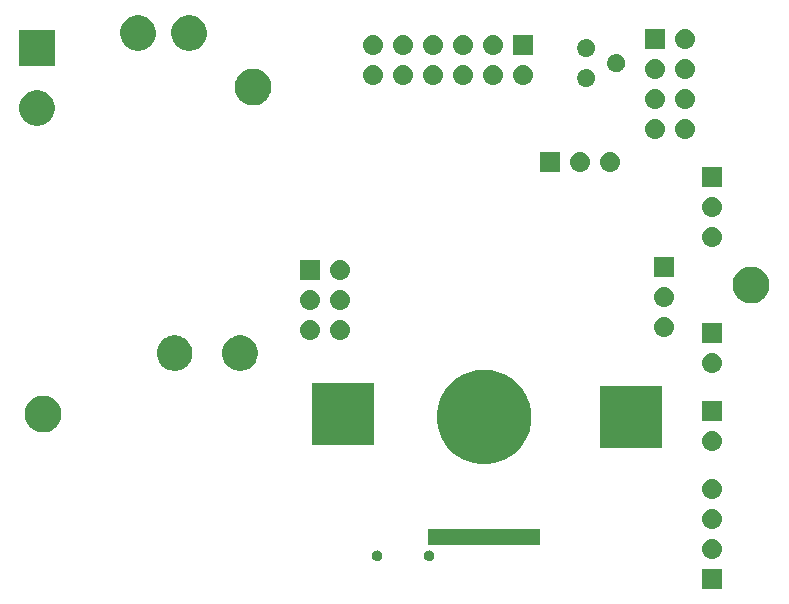
<source format=gbs>
G04 #@! TF.GenerationSoftware,KiCad,Pcbnew,5.0.1*
G04 #@! TF.CreationDate,2019-01-11T11:30:50+00:00*
G04 #@! TF.ProjectId,lc1,6C63312E6B696361645F706362000000,rev?*
G04 #@! TF.SameCoordinates,Original*
G04 #@! TF.FileFunction,Soldermask,Bot*
G04 #@! TF.FilePolarity,Negative*
%FSLAX46Y46*%
G04 Gerber Fmt 4.6, Leading zero omitted, Abs format (unit mm)*
G04 Created by KiCad (PCBNEW 5.0.1) date Fri 11 Jan 2019 11:30:50 GMT*
%MOMM*%
%LPD*%
G01*
G04 APERTURE LIST*
%ADD10C,0.100000*%
G04 APERTURE END LIST*
D10*
G36*
X168744000Y-130644000D02*
X167044000Y-130644000D01*
X167044000Y-128944000D01*
X168744000Y-128944000D01*
X168744000Y-130644000D01*
X168744000Y-130644000D01*
G37*
G36*
X144063260Y-127383293D02*
X144145155Y-127417215D01*
X144218861Y-127466464D01*
X144281536Y-127529139D01*
X144330785Y-127602845D01*
X144364707Y-127684740D01*
X144382000Y-127771678D01*
X144382000Y-127860322D01*
X144364707Y-127947260D01*
X144330785Y-128029155D01*
X144281536Y-128102861D01*
X144218861Y-128165536D01*
X144145155Y-128214785D01*
X144063260Y-128248707D01*
X143976322Y-128266000D01*
X143887678Y-128266000D01*
X143800740Y-128248707D01*
X143718845Y-128214785D01*
X143645139Y-128165536D01*
X143582464Y-128102861D01*
X143533215Y-128029155D01*
X143499293Y-127947260D01*
X143482000Y-127860322D01*
X143482000Y-127771678D01*
X143499293Y-127684740D01*
X143533215Y-127602845D01*
X143582464Y-127529139D01*
X143645139Y-127466464D01*
X143718845Y-127417215D01*
X143800740Y-127383293D01*
X143887678Y-127366000D01*
X143976322Y-127366000D01*
X144063260Y-127383293D01*
X144063260Y-127383293D01*
G37*
G36*
X139663260Y-127383293D02*
X139745155Y-127417215D01*
X139818861Y-127466464D01*
X139881536Y-127529139D01*
X139930785Y-127602845D01*
X139964707Y-127684740D01*
X139982000Y-127771678D01*
X139982000Y-127860322D01*
X139964707Y-127947260D01*
X139930785Y-128029155D01*
X139881536Y-128102861D01*
X139818861Y-128165536D01*
X139745155Y-128214785D01*
X139663260Y-128248707D01*
X139576322Y-128266000D01*
X139487678Y-128266000D01*
X139400740Y-128248707D01*
X139318845Y-128214785D01*
X139245139Y-128165536D01*
X139182464Y-128102861D01*
X139133215Y-128029155D01*
X139099293Y-127947260D01*
X139082000Y-127860322D01*
X139082000Y-127771678D01*
X139099293Y-127684740D01*
X139133215Y-127602845D01*
X139182464Y-127529139D01*
X139245139Y-127466464D01*
X139318845Y-127417215D01*
X139400740Y-127383293D01*
X139487678Y-127366000D01*
X139576322Y-127366000D01*
X139663260Y-127383293D01*
X139663260Y-127383293D01*
G37*
G36*
X168060630Y-126416299D02*
X168220855Y-126464903D01*
X168368520Y-126543831D01*
X168497949Y-126650051D01*
X168604169Y-126779480D01*
X168683097Y-126927145D01*
X168731701Y-127087370D01*
X168748112Y-127254000D01*
X168731701Y-127420630D01*
X168683097Y-127580855D01*
X168604169Y-127728520D01*
X168497949Y-127857949D01*
X168368520Y-127964169D01*
X168220855Y-128043097D01*
X168060630Y-128091701D01*
X167935752Y-128104000D01*
X167852248Y-128104000D01*
X167727370Y-128091701D01*
X167567145Y-128043097D01*
X167419480Y-127964169D01*
X167290051Y-127857949D01*
X167183831Y-127728520D01*
X167104903Y-127580855D01*
X167056299Y-127420630D01*
X167039888Y-127254000D01*
X167056299Y-127087370D01*
X167104903Y-126927145D01*
X167183831Y-126779480D01*
X167290051Y-126650051D01*
X167419480Y-126543831D01*
X167567145Y-126464903D01*
X167727370Y-126416299D01*
X167852248Y-126404000D01*
X167935752Y-126404000D01*
X168060630Y-126416299D01*
X168060630Y-126416299D01*
G37*
G36*
X153340000Y-126938000D02*
X143840000Y-126938000D01*
X143840000Y-125538000D01*
X153340000Y-125538000D01*
X153340000Y-126938000D01*
X153340000Y-126938000D01*
G37*
G36*
X168060630Y-123876299D02*
X168220855Y-123924903D01*
X168368520Y-124003831D01*
X168497949Y-124110051D01*
X168604169Y-124239480D01*
X168683097Y-124387145D01*
X168731701Y-124547370D01*
X168748112Y-124714000D01*
X168731701Y-124880630D01*
X168683097Y-125040855D01*
X168604169Y-125188520D01*
X168497949Y-125317949D01*
X168368520Y-125424169D01*
X168220855Y-125503097D01*
X168060630Y-125551701D01*
X167935752Y-125564000D01*
X167852248Y-125564000D01*
X167727370Y-125551701D01*
X167567145Y-125503097D01*
X167419480Y-125424169D01*
X167290051Y-125317949D01*
X167183831Y-125188520D01*
X167104903Y-125040855D01*
X167056299Y-124880630D01*
X167039888Y-124714000D01*
X167056299Y-124547370D01*
X167104903Y-124387145D01*
X167183831Y-124239480D01*
X167290051Y-124110051D01*
X167419480Y-124003831D01*
X167567145Y-123924903D01*
X167727370Y-123876299D01*
X167852248Y-123864000D01*
X167935752Y-123864000D01*
X168060630Y-123876299D01*
X168060630Y-123876299D01*
G37*
G36*
X168060630Y-121336299D02*
X168220855Y-121384903D01*
X168368520Y-121463831D01*
X168497949Y-121570051D01*
X168604169Y-121699480D01*
X168683097Y-121847145D01*
X168731701Y-122007370D01*
X168748112Y-122174000D01*
X168731701Y-122340630D01*
X168683097Y-122500855D01*
X168604169Y-122648520D01*
X168497949Y-122777949D01*
X168368520Y-122884169D01*
X168220855Y-122963097D01*
X168060630Y-123011701D01*
X167935752Y-123024000D01*
X167852248Y-123024000D01*
X167727370Y-123011701D01*
X167567145Y-122963097D01*
X167419480Y-122884169D01*
X167290051Y-122777949D01*
X167183831Y-122648520D01*
X167104903Y-122500855D01*
X167056299Y-122340630D01*
X167039888Y-122174000D01*
X167056299Y-122007370D01*
X167104903Y-121847145D01*
X167183831Y-121699480D01*
X167290051Y-121570051D01*
X167419480Y-121463831D01*
X167567145Y-121384903D01*
X167727370Y-121336299D01*
X167852248Y-121324000D01*
X167935752Y-121324000D01*
X168060630Y-121336299D01*
X168060630Y-121336299D01*
G37*
G36*
X149196904Y-112120356D02*
X149756757Y-112231718D01*
X150484710Y-112533246D01*
X151135438Y-112968048D01*
X151139854Y-112970999D01*
X151697001Y-113528146D01*
X151697003Y-113528149D01*
X152134754Y-114183290D01*
X152405086Y-114835929D01*
X152436282Y-114911244D01*
X152587475Y-115671337D01*
X152590000Y-115684034D01*
X152590000Y-116471966D01*
X152436282Y-117244757D01*
X152134754Y-117972710D01*
X151725956Y-118584520D01*
X151697001Y-118627854D01*
X151139854Y-119185001D01*
X151139851Y-119185003D01*
X150484710Y-119622754D01*
X149756757Y-119924282D01*
X149370361Y-120001141D01*
X148983967Y-120078000D01*
X148196033Y-120078000D01*
X147809639Y-120001141D01*
X147423243Y-119924282D01*
X146695290Y-119622754D01*
X146040149Y-119185003D01*
X146040146Y-119185001D01*
X145482999Y-118627854D01*
X145454044Y-118584520D01*
X145045246Y-117972710D01*
X144743718Y-117244757D01*
X144590000Y-116471966D01*
X144590000Y-115684034D01*
X144592526Y-115671337D01*
X144743718Y-114911244D01*
X144774914Y-114835929D01*
X145045246Y-114183290D01*
X145482997Y-113528149D01*
X145482999Y-113528146D01*
X146040146Y-112970999D01*
X146044562Y-112968048D01*
X146695290Y-112533246D01*
X147423243Y-112231718D01*
X147983096Y-112120356D01*
X148196033Y-112078000D01*
X148983967Y-112078000D01*
X149196904Y-112120356D01*
X149196904Y-112120356D01*
G37*
G36*
X168060630Y-117272299D02*
X168220855Y-117320903D01*
X168368520Y-117399831D01*
X168497949Y-117506051D01*
X168604169Y-117635480D01*
X168683097Y-117783145D01*
X168731701Y-117943370D01*
X168748112Y-118110000D01*
X168731701Y-118276630D01*
X168683097Y-118436855D01*
X168604169Y-118584520D01*
X168497949Y-118713949D01*
X168368520Y-118820169D01*
X168220855Y-118899097D01*
X168060630Y-118947701D01*
X167935752Y-118960000D01*
X167852248Y-118960000D01*
X167727370Y-118947701D01*
X167567145Y-118899097D01*
X167419480Y-118820169D01*
X167290051Y-118713949D01*
X167183831Y-118584520D01*
X167104903Y-118436855D01*
X167056299Y-118276630D01*
X167039888Y-118110000D01*
X167056299Y-117943370D01*
X167104903Y-117783145D01*
X167183831Y-117635480D01*
X167290051Y-117506051D01*
X167419480Y-117399831D01*
X167567145Y-117320903D01*
X167727370Y-117272299D01*
X167852248Y-117260000D01*
X167935752Y-117260000D01*
X168060630Y-117272299D01*
X168060630Y-117272299D01*
G37*
G36*
X163636000Y-118678000D02*
X158436000Y-118678000D01*
X158436000Y-113478000D01*
X163636000Y-113478000D01*
X163636000Y-118678000D01*
X163636000Y-118678000D01*
G37*
G36*
X139252000Y-118424000D02*
X134052000Y-118424000D01*
X134052000Y-113224000D01*
X139252000Y-113224000D01*
X139252000Y-118424000D01*
X139252000Y-118424000D01*
G37*
G36*
X111504481Y-114293855D02*
X111704118Y-114333565D01*
X111892173Y-114411460D01*
X111986201Y-114450408D01*
X112240071Y-114620038D01*
X112455962Y-114835929D01*
X112625592Y-115089799D01*
X112625592Y-115089800D01*
X112742435Y-115371882D01*
X112802000Y-115671338D01*
X112802000Y-115976662D01*
X112742435Y-116276118D01*
X112682837Y-116420000D01*
X112625592Y-116558201D01*
X112455962Y-116812071D01*
X112240071Y-117027962D01*
X111986201Y-117197592D01*
X111892173Y-117236540D01*
X111704118Y-117314435D01*
X111504481Y-117354145D01*
X111404663Y-117374000D01*
X111099337Y-117374000D01*
X110999519Y-117354145D01*
X110799882Y-117314435D01*
X110611827Y-117236540D01*
X110517799Y-117197592D01*
X110263929Y-117027962D01*
X110048038Y-116812071D01*
X109878408Y-116558201D01*
X109821163Y-116420000D01*
X109761565Y-116276118D01*
X109702000Y-115976662D01*
X109702000Y-115671338D01*
X109761565Y-115371882D01*
X109878408Y-115089800D01*
X109878408Y-115089799D01*
X110048038Y-114835929D01*
X110263929Y-114620038D01*
X110517799Y-114450408D01*
X110611827Y-114411460D01*
X110799882Y-114333565D01*
X110999519Y-114293855D01*
X111099337Y-114274000D01*
X111404663Y-114274000D01*
X111504481Y-114293855D01*
X111504481Y-114293855D01*
G37*
G36*
X168744000Y-116420000D02*
X167044000Y-116420000D01*
X167044000Y-114720000D01*
X168744000Y-114720000D01*
X168744000Y-116420000D01*
X168744000Y-116420000D01*
G37*
G36*
X168060630Y-110668299D02*
X168220855Y-110716903D01*
X168368520Y-110795831D01*
X168497949Y-110902051D01*
X168604169Y-111031480D01*
X168683097Y-111179145D01*
X168731701Y-111339370D01*
X168748112Y-111506000D01*
X168731701Y-111672630D01*
X168683097Y-111832855D01*
X168604169Y-111980520D01*
X168497949Y-112109949D01*
X168368520Y-112216169D01*
X168220855Y-112295097D01*
X168060630Y-112343701D01*
X167935752Y-112356000D01*
X167852248Y-112356000D01*
X167727370Y-112343701D01*
X167567145Y-112295097D01*
X167419480Y-112216169D01*
X167290051Y-112109949D01*
X167183831Y-111980520D01*
X167104903Y-111832855D01*
X167056299Y-111672630D01*
X167039888Y-111506000D01*
X167056299Y-111339370D01*
X167104903Y-111179145D01*
X167183831Y-111031480D01*
X167290051Y-110902051D01*
X167419480Y-110795831D01*
X167567145Y-110716903D01*
X167727370Y-110668299D01*
X167852248Y-110656000D01*
X167935752Y-110656000D01*
X168060630Y-110668299D01*
X168060630Y-110668299D01*
G37*
G36*
X128276935Y-109216429D02*
X128373534Y-109235644D01*
X128646517Y-109348717D01*
X128756445Y-109422169D01*
X128892197Y-109512876D01*
X129101124Y-109721803D01*
X129101126Y-109721806D01*
X129265283Y-109967483D01*
X129378356Y-110240466D01*
X129436000Y-110530263D01*
X129436000Y-110825737D01*
X129378356Y-111115534D01*
X129298402Y-111308560D01*
X129265284Y-111388515D01*
X129101124Y-111634197D01*
X128892197Y-111843124D01*
X128892194Y-111843126D01*
X128646517Y-112007283D01*
X128373534Y-112120356D01*
X128276935Y-112139571D01*
X128083739Y-112178000D01*
X127788261Y-112178000D01*
X127595065Y-112139571D01*
X127498466Y-112120356D01*
X127225483Y-112007283D01*
X126979806Y-111843126D01*
X126979803Y-111843124D01*
X126770876Y-111634197D01*
X126606716Y-111388515D01*
X126573598Y-111308560D01*
X126493644Y-111115534D01*
X126436000Y-110825737D01*
X126436000Y-110530263D01*
X126493644Y-110240466D01*
X126606717Y-109967483D01*
X126770874Y-109721806D01*
X126770876Y-109721803D01*
X126979803Y-109512876D01*
X127115555Y-109422169D01*
X127225483Y-109348717D01*
X127498466Y-109235644D01*
X127595065Y-109216429D01*
X127788261Y-109178000D01*
X128083739Y-109178000D01*
X128276935Y-109216429D01*
X128276935Y-109216429D01*
G37*
G36*
X122726935Y-109216429D02*
X122823534Y-109235644D01*
X123096517Y-109348717D01*
X123206445Y-109422169D01*
X123342197Y-109512876D01*
X123551124Y-109721803D01*
X123551126Y-109721806D01*
X123715283Y-109967483D01*
X123828356Y-110240466D01*
X123886000Y-110530263D01*
X123886000Y-110825737D01*
X123828356Y-111115534D01*
X123748402Y-111308560D01*
X123715284Y-111388515D01*
X123551124Y-111634197D01*
X123342197Y-111843124D01*
X123342194Y-111843126D01*
X123096517Y-112007283D01*
X122823534Y-112120356D01*
X122726935Y-112139571D01*
X122533739Y-112178000D01*
X122238261Y-112178000D01*
X122045065Y-112139571D01*
X121948466Y-112120356D01*
X121675483Y-112007283D01*
X121429806Y-111843126D01*
X121429803Y-111843124D01*
X121220876Y-111634197D01*
X121056716Y-111388515D01*
X121023598Y-111308560D01*
X120943644Y-111115534D01*
X120886000Y-110825737D01*
X120886000Y-110530263D01*
X120943644Y-110240466D01*
X121056717Y-109967483D01*
X121220874Y-109721806D01*
X121220876Y-109721803D01*
X121429803Y-109512876D01*
X121565555Y-109422169D01*
X121675483Y-109348717D01*
X121948466Y-109235644D01*
X122045065Y-109216429D01*
X122238261Y-109178000D01*
X122533739Y-109178000D01*
X122726935Y-109216429D01*
X122726935Y-109216429D01*
G37*
G36*
X168744000Y-109816000D02*
X167044000Y-109816000D01*
X167044000Y-108116000D01*
X168744000Y-108116000D01*
X168744000Y-109816000D01*
X168744000Y-109816000D01*
G37*
G36*
X136564630Y-107874299D02*
X136724855Y-107922903D01*
X136872520Y-108001831D01*
X137001949Y-108108051D01*
X137108169Y-108237480D01*
X137187097Y-108385145D01*
X137235701Y-108545370D01*
X137252112Y-108712000D01*
X137235701Y-108878630D01*
X137187097Y-109038855D01*
X137108169Y-109186520D01*
X137001949Y-109315949D01*
X136872520Y-109422169D01*
X136724855Y-109501097D01*
X136564630Y-109549701D01*
X136439752Y-109562000D01*
X136356248Y-109562000D01*
X136231370Y-109549701D01*
X136071145Y-109501097D01*
X135923480Y-109422169D01*
X135794051Y-109315949D01*
X135687831Y-109186520D01*
X135608903Y-109038855D01*
X135560299Y-108878630D01*
X135543888Y-108712000D01*
X135560299Y-108545370D01*
X135608903Y-108385145D01*
X135687831Y-108237480D01*
X135794051Y-108108051D01*
X135923480Y-108001831D01*
X136071145Y-107922903D01*
X136231370Y-107874299D01*
X136356248Y-107862000D01*
X136439752Y-107862000D01*
X136564630Y-107874299D01*
X136564630Y-107874299D01*
G37*
G36*
X134024630Y-107874299D02*
X134184855Y-107922903D01*
X134332520Y-108001831D01*
X134461949Y-108108051D01*
X134568169Y-108237480D01*
X134647097Y-108385145D01*
X134695701Y-108545370D01*
X134712112Y-108712000D01*
X134695701Y-108878630D01*
X134647097Y-109038855D01*
X134568169Y-109186520D01*
X134461949Y-109315949D01*
X134332520Y-109422169D01*
X134184855Y-109501097D01*
X134024630Y-109549701D01*
X133899752Y-109562000D01*
X133816248Y-109562000D01*
X133691370Y-109549701D01*
X133531145Y-109501097D01*
X133383480Y-109422169D01*
X133254051Y-109315949D01*
X133147831Y-109186520D01*
X133068903Y-109038855D01*
X133020299Y-108878630D01*
X133003888Y-108712000D01*
X133020299Y-108545370D01*
X133068903Y-108385145D01*
X133147831Y-108237480D01*
X133254051Y-108108051D01*
X133383480Y-108001831D01*
X133531145Y-107922903D01*
X133691370Y-107874299D01*
X133816248Y-107862000D01*
X133899752Y-107862000D01*
X134024630Y-107874299D01*
X134024630Y-107874299D01*
G37*
G36*
X163996630Y-107620299D02*
X164156855Y-107668903D01*
X164304520Y-107747831D01*
X164433949Y-107854051D01*
X164540169Y-107983480D01*
X164619097Y-108131145D01*
X164667701Y-108291370D01*
X164684112Y-108458000D01*
X164667701Y-108624630D01*
X164619097Y-108784855D01*
X164540169Y-108932520D01*
X164433949Y-109061949D01*
X164304520Y-109168169D01*
X164156855Y-109247097D01*
X163996630Y-109295701D01*
X163871752Y-109308000D01*
X163788248Y-109308000D01*
X163663370Y-109295701D01*
X163503145Y-109247097D01*
X163355480Y-109168169D01*
X163226051Y-109061949D01*
X163119831Y-108932520D01*
X163040903Y-108784855D01*
X162992299Y-108624630D01*
X162975888Y-108458000D01*
X162992299Y-108291370D01*
X163040903Y-108131145D01*
X163119831Y-107983480D01*
X163226051Y-107854051D01*
X163355480Y-107747831D01*
X163503145Y-107668903D01*
X163663370Y-107620299D01*
X163788248Y-107608000D01*
X163871752Y-107608000D01*
X163996630Y-107620299D01*
X163996630Y-107620299D01*
G37*
G36*
X136564630Y-105334299D02*
X136724855Y-105382903D01*
X136872520Y-105461831D01*
X137001949Y-105568051D01*
X137108169Y-105697480D01*
X137187097Y-105845145D01*
X137235701Y-106005370D01*
X137252112Y-106172000D01*
X137235701Y-106338630D01*
X137187097Y-106498855D01*
X137108169Y-106646520D01*
X137001949Y-106775949D01*
X136872520Y-106882169D01*
X136724855Y-106961097D01*
X136564630Y-107009701D01*
X136439752Y-107022000D01*
X136356248Y-107022000D01*
X136231370Y-107009701D01*
X136071145Y-106961097D01*
X135923480Y-106882169D01*
X135794051Y-106775949D01*
X135687831Y-106646520D01*
X135608903Y-106498855D01*
X135560299Y-106338630D01*
X135543888Y-106172000D01*
X135560299Y-106005370D01*
X135608903Y-105845145D01*
X135687831Y-105697480D01*
X135794051Y-105568051D01*
X135923480Y-105461831D01*
X136071145Y-105382903D01*
X136231370Y-105334299D01*
X136356248Y-105322000D01*
X136439752Y-105322000D01*
X136564630Y-105334299D01*
X136564630Y-105334299D01*
G37*
G36*
X134024630Y-105334299D02*
X134184855Y-105382903D01*
X134332520Y-105461831D01*
X134461949Y-105568051D01*
X134568169Y-105697480D01*
X134647097Y-105845145D01*
X134695701Y-106005370D01*
X134712112Y-106172000D01*
X134695701Y-106338630D01*
X134647097Y-106498855D01*
X134568169Y-106646520D01*
X134461949Y-106775949D01*
X134332520Y-106882169D01*
X134184855Y-106961097D01*
X134024630Y-107009701D01*
X133899752Y-107022000D01*
X133816248Y-107022000D01*
X133691370Y-107009701D01*
X133531145Y-106961097D01*
X133383480Y-106882169D01*
X133254051Y-106775949D01*
X133147831Y-106646520D01*
X133068903Y-106498855D01*
X133020299Y-106338630D01*
X133003888Y-106172000D01*
X133020299Y-106005370D01*
X133068903Y-105845145D01*
X133147831Y-105697480D01*
X133254051Y-105568051D01*
X133383480Y-105461831D01*
X133531145Y-105382903D01*
X133691370Y-105334299D01*
X133816248Y-105322000D01*
X133899752Y-105322000D01*
X134024630Y-105334299D01*
X134024630Y-105334299D01*
G37*
G36*
X163996630Y-105080299D02*
X164156855Y-105128903D01*
X164304520Y-105207831D01*
X164433949Y-105314051D01*
X164540169Y-105443480D01*
X164619097Y-105591145D01*
X164667701Y-105751370D01*
X164684112Y-105918000D01*
X164667701Y-106084630D01*
X164619097Y-106244855D01*
X164540169Y-106392520D01*
X164433949Y-106521949D01*
X164304520Y-106628169D01*
X164156855Y-106707097D01*
X163996630Y-106755701D01*
X163871752Y-106768000D01*
X163788248Y-106768000D01*
X163663370Y-106755701D01*
X163503145Y-106707097D01*
X163355480Y-106628169D01*
X163226051Y-106521949D01*
X163119831Y-106392520D01*
X163040903Y-106244855D01*
X162992299Y-106084630D01*
X162975888Y-105918000D01*
X162992299Y-105751370D01*
X163040903Y-105591145D01*
X163119831Y-105443480D01*
X163226051Y-105314051D01*
X163355480Y-105207831D01*
X163503145Y-105128903D01*
X163663370Y-105080299D01*
X163788248Y-105068000D01*
X163871752Y-105068000D01*
X163996630Y-105080299D01*
X163996630Y-105080299D01*
G37*
G36*
X171448481Y-103371855D02*
X171648118Y-103411565D01*
X171778016Y-103465371D01*
X171930201Y-103528408D01*
X172184071Y-103698038D01*
X172399962Y-103913929D01*
X172569592Y-104167799D01*
X172608540Y-104261827D01*
X172686435Y-104449882D01*
X172746000Y-104749338D01*
X172746000Y-105054662D01*
X172686435Y-105354118D01*
X172641818Y-105461832D01*
X172569592Y-105636201D01*
X172399962Y-105890071D01*
X172184071Y-106105962D01*
X171930201Y-106275592D01*
X171836173Y-106314540D01*
X171648118Y-106392435D01*
X171448481Y-106432145D01*
X171348663Y-106452000D01*
X171043337Y-106452000D01*
X170943519Y-106432145D01*
X170743882Y-106392435D01*
X170555827Y-106314540D01*
X170461799Y-106275592D01*
X170207929Y-106105962D01*
X169992038Y-105890071D01*
X169822408Y-105636201D01*
X169750182Y-105461832D01*
X169705565Y-105354118D01*
X169646000Y-105054662D01*
X169646000Y-104749338D01*
X169705565Y-104449882D01*
X169783460Y-104261827D01*
X169822408Y-104167799D01*
X169992038Y-103913929D01*
X170207929Y-103698038D01*
X170461799Y-103528408D01*
X170613984Y-103465371D01*
X170743882Y-103411565D01*
X170943519Y-103371855D01*
X171043337Y-103352000D01*
X171348663Y-103352000D01*
X171448481Y-103371855D01*
X171448481Y-103371855D01*
G37*
G36*
X136564630Y-102794299D02*
X136724855Y-102842903D01*
X136872520Y-102921831D01*
X137001949Y-103028051D01*
X137108169Y-103157480D01*
X137187097Y-103305145D01*
X137235701Y-103465370D01*
X137252112Y-103632000D01*
X137235701Y-103798630D01*
X137187097Y-103958855D01*
X137108169Y-104106520D01*
X137001949Y-104235949D01*
X136872520Y-104342169D01*
X136724855Y-104421097D01*
X136564630Y-104469701D01*
X136439752Y-104482000D01*
X136356248Y-104482000D01*
X136231370Y-104469701D01*
X136071145Y-104421097D01*
X135923480Y-104342169D01*
X135794051Y-104235949D01*
X135687831Y-104106520D01*
X135608903Y-103958855D01*
X135560299Y-103798630D01*
X135543888Y-103632000D01*
X135560299Y-103465370D01*
X135608903Y-103305145D01*
X135687831Y-103157480D01*
X135794051Y-103028051D01*
X135923480Y-102921831D01*
X136071145Y-102842903D01*
X136231370Y-102794299D01*
X136356248Y-102782000D01*
X136439752Y-102782000D01*
X136564630Y-102794299D01*
X136564630Y-102794299D01*
G37*
G36*
X134708000Y-104482000D02*
X133008000Y-104482000D01*
X133008000Y-102782000D01*
X134708000Y-102782000D01*
X134708000Y-104482000D01*
X134708000Y-104482000D01*
G37*
G36*
X164680000Y-104228000D02*
X162980000Y-104228000D01*
X162980000Y-102528000D01*
X164680000Y-102528000D01*
X164680000Y-104228000D01*
X164680000Y-104228000D01*
G37*
G36*
X168060630Y-100000299D02*
X168220855Y-100048903D01*
X168368520Y-100127831D01*
X168497949Y-100234051D01*
X168604169Y-100363480D01*
X168683097Y-100511145D01*
X168731701Y-100671370D01*
X168748112Y-100838000D01*
X168731701Y-101004630D01*
X168683097Y-101164855D01*
X168604169Y-101312520D01*
X168497949Y-101441949D01*
X168368520Y-101548169D01*
X168220855Y-101627097D01*
X168060630Y-101675701D01*
X167935752Y-101688000D01*
X167852248Y-101688000D01*
X167727370Y-101675701D01*
X167567145Y-101627097D01*
X167419480Y-101548169D01*
X167290051Y-101441949D01*
X167183831Y-101312520D01*
X167104903Y-101164855D01*
X167056299Y-101004630D01*
X167039888Y-100838000D01*
X167056299Y-100671370D01*
X167104903Y-100511145D01*
X167183831Y-100363480D01*
X167290051Y-100234051D01*
X167419480Y-100127831D01*
X167567145Y-100048903D01*
X167727370Y-100000299D01*
X167852248Y-99988000D01*
X167935752Y-99988000D01*
X168060630Y-100000299D01*
X168060630Y-100000299D01*
G37*
G36*
X168060630Y-97460299D02*
X168220855Y-97508903D01*
X168368520Y-97587831D01*
X168497949Y-97694051D01*
X168604169Y-97823480D01*
X168683097Y-97971145D01*
X168731701Y-98131370D01*
X168748112Y-98298000D01*
X168731701Y-98464630D01*
X168683097Y-98624855D01*
X168604169Y-98772520D01*
X168497949Y-98901949D01*
X168368520Y-99008169D01*
X168220855Y-99087097D01*
X168060630Y-99135701D01*
X167935752Y-99148000D01*
X167852248Y-99148000D01*
X167727370Y-99135701D01*
X167567145Y-99087097D01*
X167419480Y-99008169D01*
X167290051Y-98901949D01*
X167183831Y-98772520D01*
X167104903Y-98624855D01*
X167056299Y-98464630D01*
X167039888Y-98298000D01*
X167056299Y-98131370D01*
X167104903Y-97971145D01*
X167183831Y-97823480D01*
X167290051Y-97694051D01*
X167419480Y-97587831D01*
X167567145Y-97508903D01*
X167727370Y-97460299D01*
X167852248Y-97448000D01*
X167935752Y-97448000D01*
X168060630Y-97460299D01*
X168060630Y-97460299D01*
G37*
G36*
X168744000Y-96608000D02*
X167044000Y-96608000D01*
X167044000Y-94908000D01*
X168744000Y-94908000D01*
X168744000Y-96608000D01*
X168744000Y-96608000D01*
G37*
G36*
X155028000Y-95338000D02*
X153328000Y-95338000D01*
X153328000Y-93638000D01*
X155028000Y-93638000D01*
X155028000Y-95338000D01*
X155028000Y-95338000D01*
G37*
G36*
X159424630Y-93650299D02*
X159584855Y-93698903D01*
X159732520Y-93777831D01*
X159861949Y-93884051D01*
X159968169Y-94013480D01*
X160047097Y-94161145D01*
X160095701Y-94321370D01*
X160112112Y-94488000D01*
X160095701Y-94654630D01*
X160047097Y-94814855D01*
X159968169Y-94962520D01*
X159861949Y-95091949D01*
X159732520Y-95198169D01*
X159584855Y-95277097D01*
X159424630Y-95325701D01*
X159299752Y-95338000D01*
X159216248Y-95338000D01*
X159091370Y-95325701D01*
X158931145Y-95277097D01*
X158783480Y-95198169D01*
X158654051Y-95091949D01*
X158547831Y-94962520D01*
X158468903Y-94814855D01*
X158420299Y-94654630D01*
X158403888Y-94488000D01*
X158420299Y-94321370D01*
X158468903Y-94161145D01*
X158547831Y-94013480D01*
X158654051Y-93884051D01*
X158783480Y-93777831D01*
X158931145Y-93698903D01*
X159091370Y-93650299D01*
X159216248Y-93638000D01*
X159299752Y-93638000D01*
X159424630Y-93650299D01*
X159424630Y-93650299D01*
G37*
G36*
X156884630Y-93650299D02*
X157044855Y-93698903D01*
X157192520Y-93777831D01*
X157321949Y-93884051D01*
X157428169Y-94013480D01*
X157507097Y-94161145D01*
X157555701Y-94321370D01*
X157572112Y-94488000D01*
X157555701Y-94654630D01*
X157507097Y-94814855D01*
X157428169Y-94962520D01*
X157321949Y-95091949D01*
X157192520Y-95198169D01*
X157044855Y-95277097D01*
X156884630Y-95325701D01*
X156759752Y-95338000D01*
X156676248Y-95338000D01*
X156551370Y-95325701D01*
X156391145Y-95277097D01*
X156243480Y-95198169D01*
X156114051Y-95091949D01*
X156007831Y-94962520D01*
X155928903Y-94814855D01*
X155880299Y-94654630D01*
X155863888Y-94488000D01*
X155880299Y-94321370D01*
X155928903Y-94161145D01*
X156007831Y-94013480D01*
X156114051Y-93884051D01*
X156243480Y-93777831D01*
X156391145Y-93698903D01*
X156551370Y-93650299D01*
X156676248Y-93638000D01*
X156759752Y-93638000D01*
X156884630Y-93650299D01*
X156884630Y-93650299D01*
G37*
G36*
X163234630Y-90856299D02*
X163394855Y-90904903D01*
X163542520Y-90983831D01*
X163671949Y-91090051D01*
X163778169Y-91219480D01*
X163857097Y-91367145D01*
X163905701Y-91527370D01*
X163922112Y-91694000D01*
X163905701Y-91860630D01*
X163857097Y-92020855D01*
X163778169Y-92168520D01*
X163671949Y-92297949D01*
X163542520Y-92404169D01*
X163394855Y-92483097D01*
X163234630Y-92531701D01*
X163109752Y-92544000D01*
X163026248Y-92544000D01*
X162901370Y-92531701D01*
X162741145Y-92483097D01*
X162593480Y-92404169D01*
X162464051Y-92297949D01*
X162357831Y-92168520D01*
X162278903Y-92020855D01*
X162230299Y-91860630D01*
X162213888Y-91694000D01*
X162230299Y-91527370D01*
X162278903Y-91367145D01*
X162357831Y-91219480D01*
X162464051Y-91090051D01*
X162593480Y-90983831D01*
X162741145Y-90904903D01*
X162901370Y-90856299D01*
X163026248Y-90844000D01*
X163109752Y-90844000D01*
X163234630Y-90856299D01*
X163234630Y-90856299D01*
G37*
G36*
X165774630Y-90856299D02*
X165934855Y-90904903D01*
X166082520Y-90983831D01*
X166211949Y-91090051D01*
X166318169Y-91219480D01*
X166397097Y-91367145D01*
X166445701Y-91527370D01*
X166462112Y-91694000D01*
X166445701Y-91860630D01*
X166397097Y-92020855D01*
X166318169Y-92168520D01*
X166211949Y-92297949D01*
X166082520Y-92404169D01*
X165934855Y-92483097D01*
X165774630Y-92531701D01*
X165649752Y-92544000D01*
X165566248Y-92544000D01*
X165441370Y-92531701D01*
X165281145Y-92483097D01*
X165133480Y-92404169D01*
X165004051Y-92297949D01*
X164897831Y-92168520D01*
X164818903Y-92020855D01*
X164770299Y-91860630D01*
X164753888Y-91694000D01*
X164770299Y-91527370D01*
X164818903Y-91367145D01*
X164897831Y-91219480D01*
X165004051Y-91090051D01*
X165133480Y-90983831D01*
X165281145Y-90904903D01*
X165441370Y-90856299D01*
X165566248Y-90844000D01*
X165649752Y-90844000D01*
X165774630Y-90856299D01*
X165774630Y-90856299D01*
G37*
G36*
X111084935Y-88454429D02*
X111181534Y-88473644D01*
X111454517Y-88586717D01*
X111593346Y-88679480D01*
X111700197Y-88750876D01*
X111909124Y-88959803D01*
X112073284Y-89205485D01*
X112186356Y-89478467D01*
X112244000Y-89768261D01*
X112244000Y-90063739D01*
X112186356Y-90353533D01*
X112073284Y-90626515D01*
X111909124Y-90872197D01*
X111700197Y-91081124D01*
X111700194Y-91081126D01*
X111454517Y-91245283D01*
X111181534Y-91358356D01*
X111084935Y-91377571D01*
X110891739Y-91416000D01*
X110596261Y-91416000D01*
X110403065Y-91377571D01*
X110306466Y-91358356D01*
X110033483Y-91245283D01*
X109787806Y-91081126D01*
X109787803Y-91081124D01*
X109578876Y-90872197D01*
X109414716Y-90626515D01*
X109301644Y-90353533D01*
X109244000Y-90063739D01*
X109244000Y-89768261D01*
X109301644Y-89478467D01*
X109414716Y-89205485D01*
X109578876Y-88959803D01*
X109787803Y-88750876D01*
X109894654Y-88679480D01*
X110033483Y-88586717D01*
X110306466Y-88473644D01*
X110403065Y-88454429D01*
X110596261Y-88416000D01*
X110891739Y-88416000D01*
X111084935Y-88454429D01*
X111084935Y-88454429D01*
G37*
G36*
X165774630Y-88316299D02*
X165934855Y-88364903D01*
X166082520Y-88443831D01*
X166211949Y-88550051D01*
X166318169Y-88679480D01*
X166397097Y-88827145D01*
X166445701Y-88987370D01*
X166462112Y-89154000D01*
X166445701Y-89320630D01*
X166397097Y-89480855D01*
X166318169Y-89628520D01*
X166211949Y-89757949D01*
X166082520Y-89864169D01*
X165934855Y-89943097D01*
X165774630Y-89991701D01*
X165649752Y-90004000D01*
X165566248Y-90004000D01*
X165441370Y-89991701D01*
X165281145Y-89943097D01*
X165133480Y-89864169D01*
X165004051Y-89757949D01*
X164897831Y-89628520D01*
X164818903Y-89480855D01*
X164770299Y-89320630D01*
X164753888Y-89154000D01*
X164770299Y-88987370D01*
X164818903Y-88827145D01*
X164897831Y-88679480D01*
X165004051Y-88550051D01*
X165133480Y-88443831D01*
X165281145Y-88364903D01*
X165441370Y-88316299D01*
X165566248Y-88304000D01*
X165649752Y-88304000D01*
X165774630Y-88316299D01*
X165774630Y-88316299D01*
G37*
G36*
X163234630Y-88316299D02*
X163394855Y-88364903D01*
X163542520Y-88443831D01*
X163671949Y-88550051D01*
X163778169Y-88679480D01*
X163857097Y-88827145D01*
X163905701Y-88987370D01*
X163922112Y-89154000D01*
X163905701Y-89320630D01*
X163857097Y-89480855D01*
X163778169Y-89628520D01*
X163671949Y-89757949D01*
X163542520Y-89864169D01*
X163394855Y-89943097D01*
X163234630Y-89991701D01*
X163109752Y-90004000D01*
X163026248Y-90004000D01*
X162901370Y-89991701D01*
X162741145Y-89943097D01*
X162593480Y-89864169D01*
X162464051Y-89757949D01*
X162357831Y-89628520D01*
X162278903Y-89480855D01*
X162230299Y-89320630D01*
X162213888Y-89154000D01*
X162230299Y-88987370D01*
X162278903Y-88827145D01*
X162357831Y-88679480D01*
X162464051Y-88550051D01*
X162593480Y-88443831D01*
X162741145Y-88364903D01*
X162901370Y-88316299D01*
X163026248Y-88304000D01*
X163109752Y-88304000D01*
X163234630Y-88316299D01*
X163234630Y-88316299D01*
G37*
G36*
X129284481Y-86607855D02*
X129484118Y-86647565D01*
X129638129Y-86711359D01*
X129766201Y-86764408D01*
X130020071Y-86934038D01*
X130235962Y-87149929D01*
X130405592Y-87403799D01*
X130430528Y-87464000D01*
X130522435Y-87685882D01*
X130582000Y-87985338D01*
X130582000Y-88290662D01*
X130522435Y-88590118D01*
X130485419Y-88679481D01*
X130405592Y-88872201D01*
X130235962Y-89126071D01*
X130020071Y-89341962D01*
X129766201Y-89511592D01*
X129672173Y-89550540D01*
X129484118Y-89628435D01*
X129284481Y-89668145D01*
X129184663Y-89688000D01*
X128879337Y-89688000D01*
X128779519Y-89668145D01*
X128579882Y-89628435D01*
X128391827Y-89550540D01*
X128297799Y-89511592D01*
X128043929Y-89341962D01*
X127828038Y-89126071D01*
X127658408Y-88872201D01*
X127578581Y-88679481D01*
X127541565Y-88590118D01*
X127482000Y-88290662D01*
X127482000Y-87985338D01*
X127541565Y-87685882D01*
X127633472Y-87464000D01*
X127658408Y-87403799D01*
X127828038Y-87149929D01*
X128043929Y-86934038D01*
X128297799Y-86764408D01*
X128425871Y-86711359D01*
X128579882Y-86647565D01*
X128779519Y-86607855D01*
X128879337Y-86588000D01*
X129184663Y-86588000D01*
X129284481Y-86607855D01*
X129284481Y-86607855D01*
G37*
G36*
X157372318Y-86640411D02*
X157444767Y-86654822D01*
X157501303Y-86678240D01*
X157581257Y-86711358D01*
X157704100Y-86793439D01*
X157808561Y-86897900D01*
X157890642Y-87020743D01*
X157918716Y-87088520D01*
X157944154Y-87149932D01*
X157947178Y-87157234D01*
X157973315Y-87288630D01*
X157976000Y-87302131D01*
X157976000Y-87449869D01*
X157947178Y-87594767D01*
X157923760Y-87651303D01*
X157890642Y-87731257D01*
X157808561Y-87854100D01*
X157704100Y-87958561D01*
X157581257Y-88040642D01*
X157501303Y-88073760D01*
X157444767Y-88097178D01*
X157372318Y-88111589D01*
X157299870Y-88126000D01*
X157152130Y-88126000D01*
X157079682Y-88111589D01*
X157007233Y-88097178D01*
X156950697Y-88073760D01*
X156870743Y-88040642D01*
X156747900Y-87958561D01*
X156643439Y-87854100D01*
X156561358Y-87731257D01*
X156528240Y-87651303D01*
X156504822Y-87594767D01*
X156476000Y-87449869D01*
X156476000Y-87302131D01*
X156478686Y-87288630D01*
X156504822Y-87157234D01*
X156507847Y-87149932D01*
X156533284Y-87088520D01*
X156561358Y-87020743D01*
X156643439Y-86897900D01*
X156747900Y-86793439D01*
X156870743Y-86711358D01*
X156950697Y-86678240D01*
X157007233Y-86654822D01*
X157079682Y-86640411D01*
X157152130Y-86626000D01*
X157299870Y-86626000D01*
X157372318Y-86640411D01*
X157372318Y-86640411D01*
G37*
G36*
X144438630Y-86284299D02*
X144598855Y-86332903D01*
X144746520Y-86411831D01*
X144875949Y-86518051D01*
X144982169Y-86647480D01*
X145061097Y-86795145D01*
X145109701Y-86955370D01*
X145126112Y-87122000D01*
X145109701Y-87288630D01*
X145061097Y-87448855D01*
X144982169Y-87596520D01*
X144875949Y-87725949D01*
X144746520Y-87832169D01*
X144598855Y-87911097D01*
X144438630Y-87959701D01*
X144313752Y-87972000D01*
X144230248Y-87972000D01*
X144105370Y-87959701D01*
X143945145Y-87911097D01*
X143797480Y-87832169D01*
X143668051Y-87725949D01*
X143561831Y-87596520D01*
X143482903Y-87448855D01*
X143434299Y-87288630D01*
X143417888Y-87122000D01*
X143434299Y-86955370D01*
X143482903Y-86795145D01*
X143561831Y-86647480D01*
X143668051Y-86518051D01*
X143797480Y-86411831D01*
X143945145Y-86332903D01*
X144105370Y-86284299D01*
X144230248Y-86272000D01*
X144313752Y-86272000D01*
X144438630Y-86284299D01*
X144438630Y-86284299D01*
G37*
G36*
X139358630Y-86284299D02*
X139518855Y-86332903D01*
X139666520Y-86411831D01*
X139795949Y-86518051D01*
X139902169Y-86647480D01*
X139981097Y-86795145D01*
X140029701Y-86955370D01*
X140046112Y-87122000D01*
X140029701Y-87288630D01*
X139981097Y-87448855D01*
X139902169Y-87596520D01*
X139795949Y-87725949D01*
X139666520Y-87832169D01*
X139518855Y-87911097D01*
X139358630Y-87959701D01*
X139233752Y-87972000D01*
X139150248Y-87972000D01*
X139025370Y-87959701D01*
X138865145Y-87911097D01*
X138717480Y-87832169D01*
X138588051Y-87725949D01*
X138481831Y-87596520D01*
X138402903Y-87448855D01*
X138354299Y-87288630D01*
X138337888Y-87122000D01*
X138354299Y-86955370D01*
X138402903Y-86795145D01*
X138481831Y-86647480D01*
X138588051Y-86518051D01*
X138717480Y-86411831D01*
X138865145Y-86332903D01*
X139025370Y-86284299D01*
X139150248Y-86272000D01*
X139233752Y-86272000D01*
X139358630Y-86284299D01*
X139358630Y-86284299D01*
G37*
G36*
X141898630Y-86284299D02*
X142058855Y-86332903D01*
X142206520Y-86411831D01*
X142335949Y-86518051D01*
X142442169Y-86647480D01*
X142521097Y-86795145D01*
X142569701Y-86955370D01*
X142586112Y-87122000D01*
X142569701Y-87288630D01*
X142521097Y-87448855D01*
X142442169Y-87596520D01*
X142335949Y-87725949D01*
X142206520Y-87832169D01*
X142058855Y-87911097D01*
X141898630Y-87959701D01*
X141773752Y-87972000D01*
X141690248Y-87972000D01*
X141565370Y-87959701D01*
X141405145Y-87911097D01*
X141257480Y-87832169D01*
X141128051Y-87725949D01*
X141021831Y-87596520D01*
X140942903Y-87448855D01*
X140894299Y-87288630D01*
X140877888Y-87122000D01*
X140894299Y-86955370D01*
X140942903Y-86795145D01*
X141021831Y-86647480D01*
X141128051Y-86518051D01*
X141257480Y-86411831D01*
X141405145Y-86332903D01*
X141565370Y-86284299D01*
X141690248Y-86272000D01*
X141773752Y-86272000D01*
X141898630Y-86284299D01*
X141898630Y-86284299D01*
G37*
G36*
X146978630Y-86284299D02*
X147138855Y-86332903D01*
X147286520Y-86411831D01*
X147415949Y-86518051D01*
X147522169Y-86647480D01*
X147601097Y-86795145D01*
X147649701Y-86955370D01*
X147666112Y-87122000D01*
X147649701Y-87288630D01*
X147601097Y-87448855D01*
X147522169Y-87596520D01*
X147415949Y-87725949D01*
X147286520Y-87832169D01*
X147138855Y-87911097D01*
X146978630Y-87959701D01*
X146853752Y-87972000D01*
X146770248Y-87972000D01*
X146645370Y-87959701D01*
X146485145Y-87911097D01*
X146337480Y-87832169D01*
X146208051Y-87725949D01*
X146101831Y-87596520D01*
X146022903Y-87448855D01*
X145974299Y-87288630D01*
X145957888Y-87122000D01*
X145974299Y-86955370D01*
X146022903Y-86795145D01*
X146101831Y-86647480D01*
X146208051Y-86518051D01*
X146337480Y-86411831D01*
X146485145Y-86332903D01*
X146645370Y-86284299D01*
X146770248Y-86272000D01*
X146853752Y-86272000D01*
X146978630Y-86284299D01*
X146978630Y-86284299D01*
G37*
G36*
X149518630Y-86284299D02*
X149678855Y-86332903D01*
X149826520Y-86411831D01*
X149955949Y-86518051D01*
X150062169Y-86647480D01*
X150141097Y-86795145D01*
X150189701Y-86955370D01*
X150206112Y-87122000D01*
X150189701Y-87288630D01*
X150141097Y-87448855D01*
X150062169Y-87596520D01*
X149955949Y-87725949D01*
X149826520Y-87832169D01*
X149678855Y-87911097D01*
X149518630Y-87959701D01*
X149393752Y-87972000D01*
X149310248Y-87972000D01*
X149185370Y-87959701D01*
X149025145Y-87911097D01*
X148877480Y-87832169D01*
X148748051Y-87725949D01*
X148641831Y-87596520D01*
X148562903Y-87448855D01*
X148514299Y-87288630D01*
X148497888Y-87122000D01*
X148514299Y-86955370D01*
X148562903Y-86795145D01*
X148641831Y-86647480D01*
X148748051Y-86518051D01*
X148877480Y-86411831D01*
X149025145Y-86332903D01*
X149185370Y-86284299D01*
X149310248Y-86272000D01*
X149393752Y-86272000D01*
X149518630Y-86284299D01*
X149518630Y-86284299D01*
G37*
G36*
X152058630Y-86284299D02*
X152218855Y-86332903D01*
X152366520Y-86411831D01*
X152495949Y-86518051D01*
X152602169Y-86647480D01*
X152681097Y-86795145D01*
X152729701Y-86955370D01*
X152746112Y-87122000D01*
X152729701Y-87288630D01*
X152681097Y-87448855D01*
X152602169Y-87596520D01*
X152495949Y-87725949D01*
X152366520Y-87832169D01*
X152218855Y-87911097D01*
X152058630Y-87959701D01*
X151933752Y-87972000D01*
X151850248Y-87972000D01*
X151725370Y-87959701D01*
X151565145Y-87911097D01*
X151417480Y-87832169D01*
X151288051Y-87725949D01*
X151181831Y-87596520D01*
X151102903Y-87448855D01*
X151054299Y-87288630D01*
X151037888Y-87122000D01*
X151054299Y-86955370D01*
X151102903Y-86795145D01*
X151181831Y-86647480D01*
X151288051Y-86518051D01*
X151417480Y-86411831D01*
X151565145Y-86332903D01*
X151725370Y-86284299D01*
X151850248Y-86272000D01*
X151933752Y-86272000D01*
X152058630Y-86284299D01*
X152058630Y-86284299D01*
G37*
G36*
X163234630Y-85776299D02*
X163394855Y-85824903D01*
X163542520Y-85903831D01*
X163671949Y-86010051D01*
X163778169Y-86139480D01*
X163857097Y-86287145D01*
X163905701Y-86447370D01*
X163922112Y-86614000D01*
X163905701Y-86780630D01*
X163857097Y-86940855D01*
X163778169Y-87088520D01*
X163671949Y-87217949D01*
X163542520Y-87324169D01*
X163394855Y-87403097D01*
X163234630Y-87451701D01*
X163109752Y-87464000D01*
X163026248Y-87464000D01*
X162901370Y-87451701D01*
X162741145Y-87403097D01*
X162593480Y-87324169D01*
X162464051Y-87217949D01*
X162357831Y-87088520D01*
X162278903Y-86940855D01*
X162230299Y-86780630D01*
X162213888Y-86614000D01*
X162230299Y-86447370D01*
X162278903Y-86287145D01*
X162357831Y-86139480D01*
X162464051Y-86010051D01*
X162593480Y-85903831D01*
X162741145Y-85824903D01*
X162901370Y-85776299D01*
X163026248Y-85764000D01*
X163109752Y-85764000D01*
X163234630Y-85776299D01*
X163234630Y-85776299D01*
G37*
G36*
X165774630Y-85776299D02*
X165934855Y-85824903D01*
X166082520Y-85903831D01*
X166211949Y-86010051D01*
X166318169Y-86139480D01*
X166397097Y-86287145D01*
X166445701Y-86447370D01*
X166462112Y-86614000D01*
X166445701Y-86780630D01*
X166397097Y-86940855D01*
X166318169Y-87088520D01*
X166211949Y-87217949D01*
X166082520Y-87324169D01*
X165934855Y-87403097D01*
X165774630Y-87451701D01*
X165649752Y-87464000D01*
X165566248Y-87464000D01*
X165441370Y-87451701D01*
X165281145Y-87403097D01*
X165133480Y-87324169D01*
X165004051Y-87217949D01*
X164897831Y-87088520D01*
X164818903Y-86940855D01*
X164770299Y-86780630D01*
X164753888Y-86614000D01*
X164770299Y-86447370D01*
X164818903Y-86287145D01*
X164897831Y-86139480D01*
X165004051Y-86010051D01*
X165133480Y-85903831D01*
X165281145Y-85824903D01*
X165441370Y-85776299D01*
X165566248Y-85764000D01*
X165649752Y-85764000D01*
X165774630Y-85776299D01*
X165774630Y-85776299D01*
G37*
G36*
X159912318Y-85370411D02*
X159984767Y-85384822D01*
X160041303Y-85408240D01*
X160121257Y-85441358D01*
X160244100Y-85523439D01*
X160348561Y-85627900D01*
X160430642Y-85750743D01*
X160441228Y-85776300D01*
X160487178Y-85887233D01*
X160516000Y-86032131D01*
X160516000Y-86179869D01*
X160495228Y-86284299D01*
X160487178Y-86324766D01*
X160430642Y-86461257D01*
X160348561Y-86584100D01*
X160244100Y-86688561D01*
X160121257Y-86770642D01*
X160062101Y-86795145D01*
X159984767Y-86827178D01*
X159912318Y-86841589D01*
X159839870Y-86856000D01*
X159692130Y-86856000D01*
X159619682Y-86841589D01*
X159547233Y-86827178D01*
X159469899Y-86795145D01*
X159410743Y-86770642D01*
X159287900Y-86688561D01*
X159183439Y-86584100D01*
X159101358Y-86461257D01*
X159044822Y-86324766D01*
X159036773Y-86284299D01*
X159016000Y-86179869D01*
X159016000Y-86032131D01*
X159044822Y-85887233D01*
X159090772Y-85776300D01*
X159101358Y-85750743D01*
X159183439Y-85627900D01*
X159287900Y-85523439D01*
X159410743Y-85441358D01*
X159490697Y-85408240D01*
X159547233Y-85384822D01*
X159619682Y-85370411D01*
X159692130Y-85356000D01*
X159839870Y-85356000D01*
X159912318Y-85370411D01*
X159912318Y-85370411D01*
G37*
G36*
X112244000Y-86336000D02*
X109244000Y-86336000D01*
X109244000Y-83336000D01*
X112244000Y-83336000D01*
X112244000Y-86336000D01*
X112244000Y-86336000D01*
G37*
G36*
X157372318Y-84100411D02*
X157444767Y-84114822D01*
X157501303Y-84138240D01*
X157581257Y-84171358D01*
X157704100Y-84253439D01*
X157808561Y-84357900D01*
X157890642Y-84480743D01*
X157947178Y-84617234D01*
X157973315Y-84748630D01*
X157976000Y-84762131D01*
X157976000Y-84909869D01*
X157947178Y-85054767D01*
X157923760Y-85111303D01*
X157890642Y-85191257D01*
X157808561Y-85314100D01*
X157704100Y-85418561D01*
X157581257Y-85500642D01*
X157501303Y-85533760D01*
X157444767Y-85557178D01*
X157372318Y-85571589D01*
X157299870Y-85586000D01*
X157152130Y-85586000D01*
X157079682Y-85571589D01*
X157007233Y-85557178D01*
X156950697Y-85533760D01*
X156870743Y-85500642D01*
X156747900Y-85418561D01*
X156643439Y-85314100D01*
X156561358Y-85191257D01*
X156528240Y-85111303D01*
X156504822Y-85054767D01*
X156476000Y-84909869D01*
X156476000Y-84762131D01*
X156478686Y-84748630D01*
X156504822Y-84617234D01*
X156561358Y-84480743D01*
X156643439Y-84357900D01*
X156747900Y-84253439D01*
X156870743Y-84171358D01*
X156950697Y-84138240D01*
X157007233Y-84114822D01*
X157079682Y-84100411D01*
X157152130Y-84086000D01*
X157299870Y-84086000D01*
X157372318Y-84100411D01*
X157372318Y-84100411D01*
G37*
G36*
X149518630Y-83744299D02*
X149678855Y-83792903D01*
X149826520Y-83871831D01*
X149955949Y-83978051D01*
X150062169Y-84107480D01*
X150141097Y-84255145D01*
X150189701Y-84415370D01*
X150206112Y-84582000D01*
X150189701Y-84748630D01*
X150141097Y-84908855D01*
X150062169Y-85056520D01*
X149955949Y-85185949D01*
X149826520Y-85292169D01*
X149678855Y-85371097D01*
X149518630Y-85419701D01*
X149393752Y-85432000D01*
X149310248Y-85432000D01*
X149185370Y-85419701D01*
X149025145Y-85371097D01*
X148877480Y-85292169D01*
X148748051Y-85185949D01*
X148641831Y-85056520D01*
X148562903Y-84908855D01*
X148514299Y-84748630D01*
X148497888Y-84582000D01*
X148514299Y-84415370D01*
X148562903Y-84255145D01*
X148641831Y-84107480D01*
X148748051Y-83978051D01*
X148877480Y-83871831D01*
X149025145Y-83792903D01*
X149185370Y-83744299D01*
X149310248Y-83732000D01*
X149393752Y-83732000D01*
X149518630Y-83744299D01*
X149518630Y-83744299D01*
G37*
G36*
X152742000Y-85432000D02*
X151042000Y-85432000D01*
X151042000Y-83732000D01*
X152742000Y-83732000D01*
X152742000Y-85432000D01*
X152742000Y-85432000D01*
G37*
G36*
X146978630Y-83744299D02*
X147138855Y-83792903D01*
X147286520Y-83871831D01*
X147415949Y-83978051D01*
X147522169Y-84107480D01*
X147601097Y-84255145D01*
X147649701Y-84415370D01*
X147666112Y-84582000D01*
X147649701Y-84748630D01*
X147601097Y-84908855D01*
X147522169Y-85056520D01*
X147415949Y-85185949D01*
X147286520Y-85292169D01*
X147138855Y-85371097D01*
X146978630Y-85419701D01*
X146853752Y-85432000D01*
X146770248Y-85432000D01*
X146645370Y-85419701D01*
X146485145Y-85371097D01*
X146337480Y-85292169D01*
X146208051Y-85185949D01*
X146101831Y-85056520D01*
X146022903Y-84908855D01*
X145974299Y-84748630D01*
X145957888Y-84582000D01*
X145974299Y-84415370D01*
X146022903Y-84255145D01*
X146101831Y-84107480D01*
X146208051Y-83978051D01*
X146337480Y-83871831D01*
X146485145Y-83792903D01*
X146645370Y-83744299D01*
X146770248Y-83732000D01*
X146853752Y-83732000D01*
X146978630Y-83744299D01*
X146978630Y-83744299D01*
G37*
G36*
X144438630Y-83744299D02*
X144598855Y-83792903D01*
X144746520Y-83871831D01*
X144875949Y-83978051D01*
X144982169Y-84107480D01*
X145061097Y-84255145D01*
X145109701Y-84415370D01*
X145126112Y-84582000D01*
X145109701Y-84748630D01*
X145061097Y-84908855D01*
X144982169Y-85056520D01*
X144875949Y-85185949D01*
X144746520Y-85292169D01*
X144598855Y-85371097D01*
X144438630Y-85419701D01*
X144313752Y-85432000D01*
X144230248Y-85432000D01*
X144105370Y-85419701D01*
X143945145Y-85371097D01*
X143797480Y-85292169D01*
X143668051Y-85185949D01*
X143561831Y-85056520D01*
X143482903Y-84908855D01*
X143434299Y-84748630D01*
X143417888Y-84582000D01*
X143434299Y-84415370D01*
X143482903Y-84255145D01*
X143561831Y-84107480D01*
X143668051Y-83978051D01*
X143797480Y-83871831D01*
X143945145Y-83792903D01*
X144105370Y-83744299D01*
X144230248Y-83732000D01*
X144313752Y-83732000D01*
X144438630Y-83744299D01*
X144438630Y-83744299D01*
G37*
G36*
X141898630Y-83744299D02*
X142058855Y-83792903D01*
X142206520Y-83871831D01*
X142335949Y-83978051D01*
X142442169Y-84107480D01*
X142521097Y-84255145D01*
X142569701Y-84415370D01*
X142586112Y-84582000D01*
X142569701Y-84748630D01*
X142521097Y-84908855D01*
X142442169Y-85056520D01*
X142335949Y-85185949D01*
X142206520Y-85292169D01*
X142058855Y-85371097D01*
X141898630Y-85419701D01*
X141773752Y-85432000D01*
X141690248Y-85432000D01*
X141565370Y-85419701D01*
X141405145Y-85371097D01*
X141257480Y-85292169D01*
X141128051Y-85185949D01*
X141021831Y-85056520D01*
X140942903Y-84908855D01*
X140894299Y-84748630D01*
X140877888Y-84582000D01*
X140894299Y-84415370D01*
X140942903Y-84255145D01*
X141021831Y-84107480D01*
X141128051Y-83978051D01*
X141257480Y-83871831D01*
X141405145Y-83792903D01*
X141565370Y-83744299D01*
X141690248Y-83732000D01*
X141773752Y-83732000D01*
X141898630Y-83744299D01*
X141898630Y-83744299D01*
G37*
G36*
X139358630Y-83744299D02*
X139518855Y-83792903D01*
X139666520Y-83871831D01*
X139795949Y-83978051D01*
X139902169Y-84107480D01*
X139981097Y-84255145D01*
X140029701Y-84415370D01*
X140046112Y-84582000D01*
X140029701Y-84748630D01*
X139981097Y-84908855D01*
X139902169Y-85056520D01*
X139795949Y-85185949D01*
X139666520Y-85292169D01*
X139518855Y-85371097D01*
X139358630Y-85419701D01*
X139233752Y-85432000D01*
X139150248Y-85432000D01*
X139025370Y-85419701D01*
X138865145Y-85371097D01*
X138717480Y-85292169D01*
X138588051Y-85185949D01*
X138481831Y-85056520D01*
X138402903Y-84908855D01*
X138354299Y-84748630D01*
X138337888Y-84582000D01*
X138354299Y-84415370D01*
X138402903Y-84255145D01*
X138481831Y-84107480D01*
X138588051Y-83978051D01*
X138717480Y-83871831D01*
X138865145Y-83792903D01*
X139025370Y-83744299D01*
X139150248Y-83732000D01*
X139233752Y-83732000D01*
X139358630Y-83744299D01*
X139358630Y-83744299D01*
G37*
G36*
X123956935Y-82096429D02*
X124053534Y-82115644D01*
X124326517Y-82228717D01*
X124568920Y-82390687D01*
X124572197Y-82392876D01*
X124781124Y-82601803D01*
X124945284Y-82847485D01*
X125058356Y-83120467D01*
X125116000Y-83410261D01*
X125116000Y-83705739D01*
X125098662Y-83792903D01*
X125058356Y-83995534D01*
X125011986Y-84107481D01*
X124945284Y-84268515D01*
X124781124Y-84514197D01*
X124572197Y-84723124D01*
X124572194Y-84723126D01*
X124326517Y-84887283D01*
X124326516Y-84887284D01*
X124326515Y-84887284D01*
X124271987Y-84909870D01*
X124053534Y-85000356D01*
X123956935Y-85019571D01*
X123763739Y-85058000D01*
X123468261Y-85058000D01*
X123275065Y-85019571D01*
X123178466Y-85000356D01*
X122960013Y-84909870D01*
X122905485Y-84887284D01*
X122905484Y-84887284D01*
X122905483Y-84887283D01*
X122659806Y-84723126D01*
X122659803Y-84723124D01*
X122450876Y-84514197D01*
X122286716Y-84268515D01*
X122220014Y-84107481D01*
X122173644Y-83995534D01*
X122133338Y-83792903D01*
X122116000Y-83705739D01*
X122116000Y-83410261D01*
X122173644Y-83120467D01*
X122286716Y-82847485D01*
X122450876Y-82601803D01*
X122659803Y-82392876D01*
X122663080Y-82390687D01*
X122905483Y-82228717D01*
X123178466Y-82115644D01*
X123275065Y-82096429D01*
X123468261Y-82058000D01*
X123763739Y-82058000D01*
X123956935Y-82096429D01*
X123956935Y-82096429D01*
G37*
G36*
X119636935Y-82096429D02*
X119733534Y-82115644D01*
X120006517Y-82228717D01*
X120248920Y-82390687D01*
X120252197Y-82392876D01*
X120461124Y-82601803D01*
X120625284Y-82847485D01*
X120738356Y-83120467D01*
X120796000Y-83410261D01*
X120796000Y-83705739D01*
X120778662Y-83792903D01*
X120738356Y-83995534D01*
X120691986Y-84107481D01*
X120625284Y-84268515D01*
X120461124Y-84514197D01*
X120252197Y-84723124D01*
X120252194Y-84723126D01*
X120006517Y-84887283D01*
X120006516Y-84887284D01*
X120006515Y-84887284D01*
X119951987Y-84909870D01*
X119733534Y-85000356D01*
X119636935Y-85019571D01*
X119443739Y-85058000D01*
X119148261Y-85058000D01*
X118955065Y-85019571D01*
X118858466Y-85000356D01*
X118640013Y-84909870D01*
X118585485Y-84887284D01*
X118585484Y-84887284D01*
X118585483Y-84887283D01*
X118339806Y-84723126D01*
X118339803Y-84723124D01*
X118130876Y-84514197D01*
X117966716Y-84268515D01*
X117900014Y-84107481D01*
X117853644Y-83995534D01*
X117813338Y-83792903D01*
X117796000Y-83705739D01*
X117796000Y-83410261D01*
X117853644Y-83120467D01*
X117966716Y-82847485D01*
X118130876Y-82601803D01*
X118339803Y-82392876D01*
X118343080Y-82390687D01*
X118585483Y-82228717D01*
X118858466Y-82115644D01*
X118955065Y-82096429D01*
X119148261Y-82058000D01*
X119443739Y-82058000D01*
X119636935Y-82096429D01*
X119636935Y-82096429D01*
G37*
G36*
X165774630Y-83236299D02*
X165934855Y-83284903D01*
X166082520Y-83363831D01*
X166211949Y-83470051D01*
X166318169Y-83599480D01*
X166397097Y-83747145D01*
X166445701Y-83907370D01*
X166462112Y-84074000D01*
X166445701Y-84240630D01*
X166397097Y-84400855D01*
X166318169Y-84548520D01*
X166211949Y-84677949D01*
X166082520Y-84784169D01*
X165934855Y-84863097D01*
X165774630Y-84911701D01*
X165649752Y-84924000D01*
X165566248Y-84924000D01*
X165441370Y-84911701D01*
X165281145Y-84863097D01*
X165133480Y-84784169D01*
X165004051Y-84677949D01*
X164897831Y-84548520D01*
X164818903Y-84400855D01*
X164770299Y-84240630D01*
X164753888Y-84074000D01*
X164770299Y-83907370D01*
X164818903Y-83747145D01*
X164897831Y-83599480D01*
X165004051Y-83470051D01*
X165133480Y-83363831D01*
X165281145Y-83284903D01*
X165441370Y-83236299D01*
X165566248Y-83224000D01*
X165649752Y-83224000D01*
X165774630Y-83236299D01*
X165774630Y-83236299D01*
G37*
G36*
X163918000Y-84924000D02*
X162218000Y-84924000D01*
X162218000Y-83224000D01*
X163918000Y-83224000D01*
X163918000Y-84924000D01*
X163918000Y-84924000D01*
G37*
M02*

</source>
